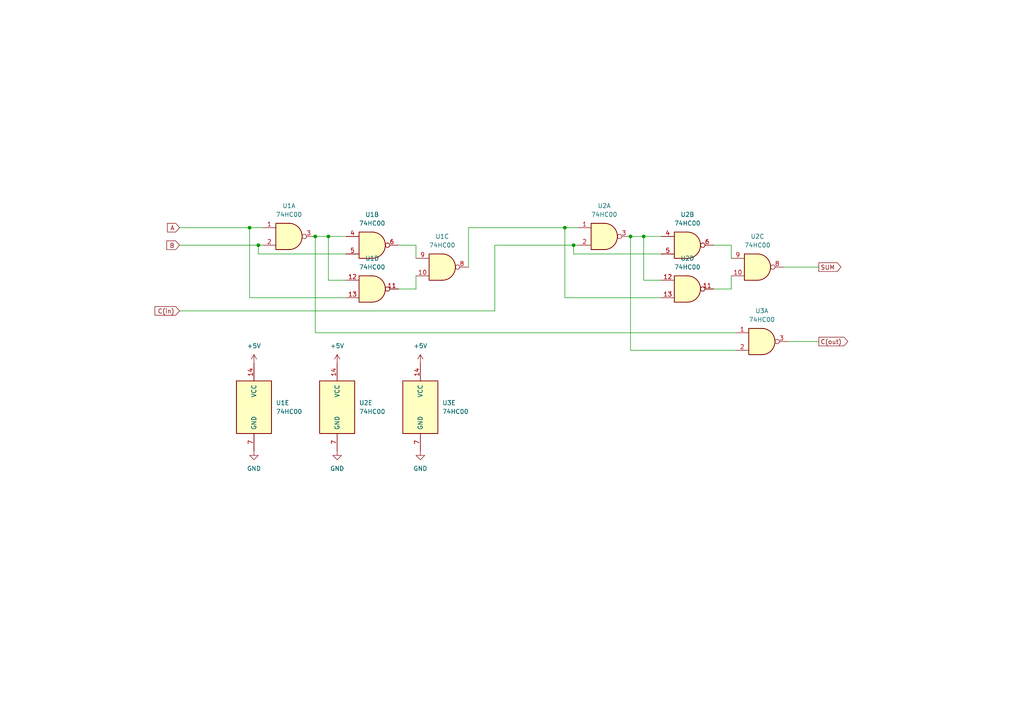
<source format=kicad_sch>
(kicad_sch (version 20230121) (generator eeschema)
  (paper "A4")
  (title_block (title "74HC00 Circuit-diagramm") (rev "01") (company "Mark Narain Enzinger"))
  (lib_symbols
    (symbol "74xx:74HC00" (pin_names (offset 1.016))
      (property "Reference" "U" (at 0 1.27 0))
      (property "Value" "74HC00" (at 0 -1.27 0))
      (symbol "74HC00_1_1"
        (arc (start 0 -3.81) (mid 3.7934 0) (end 0 3.81) (stroke (width 0.254)) (fill (type background)))
        (polyline (pts (xy 0 3.81) (xy -3.81 3.81) (xy -3.81 -3.81) (xy 0 -3.81)) (stroke (width 0.254)) (fill (type background)))
        (pin input line (at -7.62 2.54 0) (length 3.81) (name "~") (number "1"))
        (pin input line (at -7.62 -2.54 0) (length 3.81) (name "~") (number "2"))
        (pin output inverted (at 7.62 0 180) (length 3.81) (name "~") (number "3"))
      )
      (symbol "74HC00_1_2"
        (arc (start -3.81 -3.81) (mid -2.589 0) (end -3.81 3.81) (stroke (width 0.254)))
        (arc (start -0.6096 -3.81) (mid 2.1842 -2.5851) (end 3.81 0) (stroke (width 0.254)) (fill (type background)))
        (polyline (pts (xy -3.81 -3.81) (xy -0.635 -3.81)) (stroke (width 0.254)) (fill (type background)))
        (polyline (pts (xy -3.81 3.81) (xy -0.635 3.81)) (stroke (width 0.254)) (fill (type background)))
        (polyline (pts (xy -0.635 3.81) (xy -3.81 3.81) (xy -3.81 3.81) (xy -3.556 3.4036) (xy -3.0226 2.2606) (xy -2.6924 1.0414) (xy -2.6162 -0.254) (xy -2.7686 -1.4986) (xy -3.175 -2.7178) (xy -3.81 -3.81) (xy -3.81 -3.81) (xy -0.635 -3.81)) (stroke (width -25.4)) (fill (type background)))
        (arc (start 3.81 0) (mid 2.1915 2.5936) (end -0.6096 3.81) (stroke (width 0.254)) (fill (type background)))
        (pin input inverted (at -7.62 2.54 0) (length 4.318) (name "~") (number "1"))
        (pin input inverted (at -7.62 -2.54 0) (length 4.318) (name "~") (number "2"))
        (pin output line (at 7.62 0 180) (length 3.81) (name "~") (number "3"))
      )
      (symbol "74HC00_2_1"
        (arc (start 0 -3.81) (mid 3.7934 0) (end 0 3.81) (stroke (width 0.254)) (fill (type background)))
        (polyline (pts (xy 0 3.81) (xy -3.81 3.81) (xy -3.81 -3.81) (xy 0 -3.81)) (stroke (width 0.254)) (fill (type background)))
        (pin input line (at -7.62 2.54 0) (length 3.81) (name "~") (number "4"))
        (pin input line (at -7.62 -2.54 0) (length 3.81) (name "~") (number "5"))
        (pin output inverted (at 7.62 0 180) (length 3.81) (name "~") (number "6"))
      )
      (symbol "74HC00_2_2"
        (arc (start -3.81 -3.81) (mid -2.589 0) (end -3.81 3.81) (stroke (width 0.254)))
        (arc (start -0.6096 -3.81) (mid 2.1842 -2.5851) (end 3.81 0) (stroke (width 0.254)) (fill (type background)))
        (polyline (pts (xy -3.81 -3.81) (xy -0.635 -3.81)) (stroke (width 0.254)) (fill (type background)))
        (polyline (pts (xy -3.81 3.81) (xy -0.635 3.81)) (stroke (width 0.254)) (fill (type background)))
        (polyline (pts (xy -0.635 3.81) (xy -3.81 3.81) (xy -3.81 3.81) (xy -3.556 3.4036) (xy -3.0226 2.2606) (xy -2.6924 1.0414) (xy -2.6162 -0.254) (xy -2.7686 -1.4986) (xy -3.175 -2.7178) (xy -3.81 -3.81) (xy -3.81 -3.81) (xy -0.635 -3.81)) (stroke (width -25.4)) (fill (type background)))
        (arc (start 3.81 0) (mid 2.1915 2.5936) (end -0.6096 3.81) (stroke (width 0.254)) (fill (type background)))
        (pin input inverted (at -7.62 2.54 0) (length 4.318) (name "~") (number "4"))
        (pin input inverted (at -7.62 -2.54 0) (length 4.318) (name "~") (number "5"))
        (pin output line (at 7.62 0 180) (length 3.81) (name "~") (number "6"))
      )
      (symbol "74HC00_3_1"
        (arc (start 0 -3.81) (mid 3.7934 0) (end 0 3.81) (stroke (width 0.254)) (fill (type background)))
        (polyline (pts (xy 0 3.81) (xy -3.81 3.81) (xy -3.81 -3.81) (xy 0 -3.81)) (stroke (width 0.254)) (fill (type background)))
        (pin input line (at -7.62 -2.54 0) (length 3.81) (name "~") (number "10"))
        (pin output inverted (at 7.62 0 180) (length 3.81) (name "~") (number "8"))
        (pin input line (at -7.62 2.54 0) (length 3.81) (name "~") (number "9"))
      )
      (symbol "74HC00_3_2"
        (arc (start -3.81 -3.81) (mid -2.589 0) (end -3.81 3.81) (stroke (width 0.254)))
        (arc (start -0.6096 -3.81) (mid 2.1842 -2.5851) (end 3.81 0) (stroke (width 0.254)) (fill (type background)))
        (polyline (pts (xy -3.81 -3.81) (xy -0.635 -3.81)) (stroke (width 0.254)) (fill (type background)))
        (polyline (pts (xy -3.81 3.81) (xy -0.635 3.81)) (stroke (width 0.254)) (fill (type background)))
        (polyline (pts (xy -0.635 3.81) (xy -3.81 3.81) (xy -3.81 3.81) (xy -3.556 3.4036) (xy -3.0226 2.2606) (xy -2.6924 1.0414) (xy -2.6162 -0.254) (xy -2.7686 -1.4986) (xy -3.175 -2.7178) (xy -3.81 -3.81) (xy -3.81 -3.81) (xy -0.635 -3.81)) (stroke (width -25.4)) (fill (type background)))
        (arc (start 3.81 0) (mid 2.1915 2.5936) (end -0.6096 3.81) (stroke (width 0.254)) (fill (type background)))
        (pin input inverted (at -7.62 -2.54 0) (length 4.318) (name "~") (number "10"))
        (pin output line (at 7.62 0 180) (length 3.81) (name "~") (number "8"))
        (pin input inverted (at -7.62 2.54 0) (length 4.318) (name "~") (number "9"))
      )
      (symbol "74HC00_4_1"
        (arc (start 0 -3.81) (mid 3.7934 0) (end 0 3.81) (stroke (width 0.254)) (fill (type background)))
        (polyline (pts (xy 0 3.81) (xy -3.81 3.81) (xy -3.81 -3.81) (xy 0 -3.81)) (stroke (width 0.254)) (fill (type background)))
        (pin output inverted (at 7.62 0 180) (length 3.81) (name "~") (number "11"))
        (pin input line (at -7.62 2.54 0) (length 3.81) (name "~") (number "12"))
        (pin input line (at -7.62 -2.54 0) (length 3.81) (name "~") (number "13"))
      )
      (symbol "74HC00_4_2"
        (arc (start -3.81 -3.81) (mid -2.589 0) (end -3.81 3.81) (stroke (width 0.254)))
        (arc (start -0.6096 -3.81) (mid 2.1842 -2.5851) (end 3.81 0) (stroke (width 0.254)) (fill (type background)))
        (polyline (pts (xy -3.81 -3.81) (xy -0.635 -3.81)) (stroke (width 0.254)) (fill (type background)))
        (polyline (pts (xy -3.81 3.81) (xy -0.635 3.81)) (stroke (width 0.254)) (fill (type background)))
        (polyline (pts (xy -0.635 3.81) (xy -3.81 3.81) (xy -3.81 3.81) (xy -3.556 3.4036) (xy -3.0226 2.2606) (xy -2.6924 1.0414) (xy -2.6162 -0.254) (xy -2.7686 -1.4986) (xy -3.175 -2.7178) (xy -3.81 -3.81) (xy -3.81 -3.81) (xy -0.635 -3.81)) (stroke (width -25.4)) (fill (type background)))
        (arc (start 3.81 0) (mid 2.1915 2.5936) (end -0.6096 3.81) (stroke (width 0.254)) (fill (type background)))
        (pin output line (at 7.62 0 180) (length 3.81) (name "~") (number "11"))
        (pin input inverted (at -7.62 2.54 0) (length 4.318) (name "~") (number "12"))
        (pin input inverted (at -7.62 -2.54 0) (length 4.318) (name "~") (number "13"))
      )
      (symbol "74HC00_5_0"
        (pin power_in line (at 0 12.7 270) (length 5.08) (name "VCC") (number "14"))
        (pin power_in line (at 0 -12.7 90) (length 5.08) (name "GND") (number "7"))
      )
      (symbol "74HC00_5_1"
        (rectangle (start -5.08 7.62) (end 5.08 -7.62) (stroke (width 0.254)) (fill (type background)))
      )
    )
    (symbol "power:+5V" (power) (pin_names (offset 0))
      (property "Value" "+5V" (at 0 3.556 0))
      (symbol "+5V_0_1"
        (polyline (pts (xy -0.762 1.27) (xy 0 2.54)))
        (polyline (pts (xy 0 0) (xy 0 2.54)))
        (polyline (pts (xy 0 2.54) (xy 0.762 1.27)))
      )
      (symbol "+5V_1_1"
        (pin power_in line (at 0 0 90) (length 0) hide (name "+5V") (number "1"))
      )
    )
    (symbol "power:GND" (power) (pin_names (offset 0))
      (property "Value" "GND" (at 0 -3.81 0))
      (symbol "GND_0_1"
        (polyline (pts (xy 0 0) (xy 0 -1.27) (xy 1.27 -1.27) (xy 0 -2.54) (xy -1.27 -1.27) (xy 0 -1.27)))
      )
      (symbol "GND_1_1"
        (pin power_in line (at 0 0 270) (length 0) hide (name "GND") (number "1"))
      )
    )
  )
  (junction (at 72.39 66.04))
  (junction (at 166.37 71.12))
  (junction (at 182.88 68.58))
  (junction (at 186.69 68.58))
  (junction (at 91.44 68.58))
  (junction (at 74.93 71.12))
  (junction (at 95.25 68.58))
  (junction (at 163.83 66.04))
  (wire (pts (xy 166.37 73.66) (xy 191.77 73.66)))
  (wire (pts (xy 72.39 86.36) (xy 100.33 86.36)))
  (wire (pts (xy 91.44 96.52) (xy 213.36 96.52)))
  (wire (pts (xy 207.01 83.82) (xy 212.09 83.82)))
  (wire (pts (xy 120.65 71.12) (xy 120.65 74.93)))
  (wire (pts (xy 186.69 68.58) (xy 186.69 81.28)))
  (wire (pts (xy 207.01 71.12) (xy 212.09 71.12)))
  (wire (pts (xy 72.39 66.04) (xy 72.39 86.36)))
  (wire (pts (xy 182.88 68.58) (xy 182.88 101.6)))
  (wire (pts (xy 182.88 68.58) (xy 186.69 68.58)))
  (wire (pts (xy 115.57 71.12) (xy 120.65 71.12)))
  (wire (pts (xy 163.83 66.04) (xy 163.83 86.36)))
  (wire (pts (xy 182.88 101.6) (xy 213.36 101.6)))
  (wire (pts (xy 166.37 71.12) (xy 167.64 71.12)))
  (wire (pts (xy 143.51 71.12) (xy 166.37 71.12)))
  (wire (pts (xy 166.37 71.12) (xy 166.37 73.66)))
  (wire (pts (xy 95.25 81.28) (xy 100.33 81.28)))
  (wire (pts (xy 186.69 81.28) (xy 191.77 81.28)))
  (wire (pts (xy 52.07 90.17) (xy 143.51 90.17)))
  (wire (pts (xy 72.39 66.04) (xy 76.2 66.04)))
  (wire (pts (xy 186.69 68.58) (xy 191.77 68.58)))
  (wire (pts (xy 95.25 68.58) (xy 95.25 81.28)))
  (wire (pts (xy 212.09 83.82) (xy 212.09 80.01)))
  (wire (pts (xy 212.09 71.12) (xy 212.09 74.93)))
  (wire (pts (xy 91.44 68.58) (xy 95.25 68.58)))
  (wire (pts (xy 120.65 83.82) (xy 120.65 80.01)))
  (wire (pts (xy 74.93 71.12) (xy 76.2 71.12)))
  (wire (pts (xy 91.44 68.58) (xy 91.44 96.52)))
  (wire (pts (xy 135.89 66.04) (xy 163.83 66.04)))
  (wire (pts (xy 135.89 77.47) (xy 135.89 66.04)))
  (wire (pts (xy 74.93 71.12) (xy 74.93 73.66)))
  (wire (pts (xy 227.33 77.47) (xy 237.49 77.47)))
  (wire (pts (xy 52.07 71.12) (xy 74.93 71.12)))
  (wire (pts (xy 74.93 73.66) (xy 100.33 73.66)))
  (wire (pts (xy 163.83 66.04) (xy 167.64 66.04)))
  (wire (pts (xy 228.6 99.06) (xy 237.49 99.06)))
  (wire (pts (xy 115.57 83.82) (xy 120.65 83.82)))
  (wire (pts (xy 143.51 90.17) (xy 143.51 71.12)))
  (wire (pts (xy 163.83 86.36) (xy 191.77 86.36)))
  (wire (pts (xy 95.25 68.58) (xy 100.33 68.58)))
  (wire (pts (xy 52.07 66.04) (xy 72.39 66.04)))
  (global_label "B" (shape input) (at 52.07 71.12 180) (property "Intersheetrefs" "${INTERSHEET_REFS}" (effects hide)))
  (global_label "C(out)" (shape output) (at 237.49 99.06 0) (property "Intersheetrefs" "${INTERSHEET_REFS}" (effects hide)))
  (global_label "A" (shape input) (at 52.07 66.04 180) (property "Intersheetrefs" "${INTERSHEET_REFS}" (effects hide)))
  (global_label "C(in)" (shape input) (at 52.07 90.17 180) (property "Intersheetrefs" "${INTERSHEET_REFS}" (effects hide)))
  (global_label "SUM" (shape output) (at 237.49 77.47 0) (property "Intersheetrefs" "${INTERSHEET_REFS}" (effects hide)))
  (symbol (lib_id "power:+5V") (at 97.79 105.41 0) (unit 1)
    (property "Reference" "#PWR05" (effects hide))
    (property "Value" "+5V" (at 97.79 100.33 0))
  )
  (symbol (lib_id "74xx:74HC00") (at 121.92 118.11 0) (unit 5)
    (property "Reference" "U3" (at 128.27 116.84 0) (effects (justify left)))
    (property "Value" "74HC00" (at 128.27 119.38 0) (effects (justify left)))
    (property "Datasheet" "http://www.ti.com/lit/gpn/sn74hc00" (effects hide))
  )
  (symbol (lib_id "74xx:74HC00") (at 97.79 118.11 0) (unit 5)
    (property "Reference" "U2" (at 104.14 116.84 0) (effects (justify left)))
    (property "Value" "74HC00" (at 104.14 119.38 0) (effects (justify left)))
    (property "Datasheet" "http://www.ti.com/lit/gpn/sn74hc00" (effects hide))
  )
  (symbol (lib_id "74xx:74HC00") (at 107.95 71.12 0) (unit 2)
    (property "Reference" "U1" (at 107.9417 62.23 0))
    (property "Value" "74HC00" (at 107.9417 64.77 0))
    (property "Datasheet" "http://www.ti.com/lit/gpn/sn74hc00" (effects hide))
  )
  (symbol (lib_id "power:GND") (at 97.79 130.81 0) (unit 1)
    (property "Reference" "#PWR02" (effects hide))
    (property "Value" "GND" (at 97.79 135.89 0))
  )
  (symbol (lib_id "74xx:74HC00") (at 128.27 77.47 0) (unit 3)
    (property "Reference" "U1" (at 128.2617 68.58 0))
    (property "Value" "74HC00" (at 128.2617 71.12 0))
    (property "Datasheet" "http://www.ti.com/lit/gpn/sn74hc00" (effects hide))
  )
  (symbol (lib_id "power:+5V") (at 121.92 105.41 0) (unit 1)
    (property "Reference" "#PWR06" (effects hide))
    (property "Value" "+5V" (at 121.92 100.33 0))
  )
  (symbol (lib_id "74xx:74HC00") (at 107.95 83.82 0) (unit 4)
    (property "Reference" "U1" (at 107.9417 74.93 0))
    (property "Value" "74HC00" (at 107.9417 77.47 0))
    (property "Datasheet" "http://www.ti.com/lit/gpn/sn74hc00" (effects hide))
  )
  (symbol (lib_id "74xx:74HC00") (at 73.66 118.11 0) (unit 5)
    (property "Reference" "U1" (at 80.01 116.84 0) (effects (justify left)))
    (property "Value" "74HC00" (at 80.01 119.38 0) (effects (justify left)))
    (property "Datasheet" "http://www.ti.com/lit/gpn/sn74hc00" (effects hide))
  )
  (symbol (lib_id "74xx:74HC00") (at 175.26 68.58 0) (unit 1)
    (property "Reference" "U2" (at 175.2517 59.69 0))
    (property "Value" "74HC00" (at 175.2517 62.23 0))
    (property "Datasheet" "http://www.ti.com/lit/gpn/sn74hc00" (effects hide))
  )
  (symbol (lib_id "power:+5V") (at 73.66 105.41 0) (unit 1)
    (property "Reference" "#PWR04" (effects hide))
    (property "Value" "+5V" (at 73.66 100.33 0))
  )
  (symbol (lib_id "power:GND") (at 121.92 130.81 0) (unit 1)
    (property "Reference" "#PWR03" (effects hide))
    (property "Value" "GND" (at 121.92 135.89 0))
  )
  (symbol (lib_id "74xx:74HC00") (at 199.39 71.12 0) (unit 2)
    (property "Reference" "U2" (at 199.3817 62.23 0))
    (property "Value" "74HC00" (at 199.3817 64.77 0))
    (property "Datasheet" "http://www.ti.com/lit/gpn/sn74hc00" (effects hide))
  )
  (symbol (lib_id "74xx:74HC00") (at 220.98 99.06 0) (unit 1)
    (property "Reference" "U3" (at 220.9717 90.17 0))
    (property "Value" "74HC00" (at 220.9717 92.71 0))
    (property "Datasheet" "http://www.ti.com/lit/gpn/sn74hc00" (effects hide))
  )
  (symbol (lib_id "74xx:74HC00") (at 199.39 83.82 0) (unit 4)
    (property "Reference" "U2" (at 199.3817 74.93 0))
    (property "Value" "74HC00" (at 199.3817 77.47 0))
    (property "Datasheet" "http://www.ti.com/lit/gpn/sn74hc00" (effects hide))
  )
  (symbol (lib_id "74xx:74HC00") (at 219.71 77.47 0) (unit 3)
    (property "Reference" "U2" (at 219.7017 68.58 0))
    (property "Value" "74HC00" (at 219.7017 71.12 0))
    (property "Datasheet" "http://www.ti.com/lit/gpn/sn74hc00" (effects hide))
  )
  (symbol (lib_id "power:GND") (at 73.66 130.81 0) (unit 1)
    (property "Reference" "#PWR01" (effects hide))
    (property "Value" "GND" (at 73.66 135.89 0))
  )
  (symbol (lib_id "74xx:74HC00") (at 83.82 68.58 0) (unit 1)
    (property "Reference" "U1" (at 83.8117 59.69 0))
    (property "Value" "74HC00" (at 83.8117 62.23 0))
    (property "Datasheet" "http://www.ti.com/lit/gpn/sn74hc00" (effects hide))
  )
)
</source>
